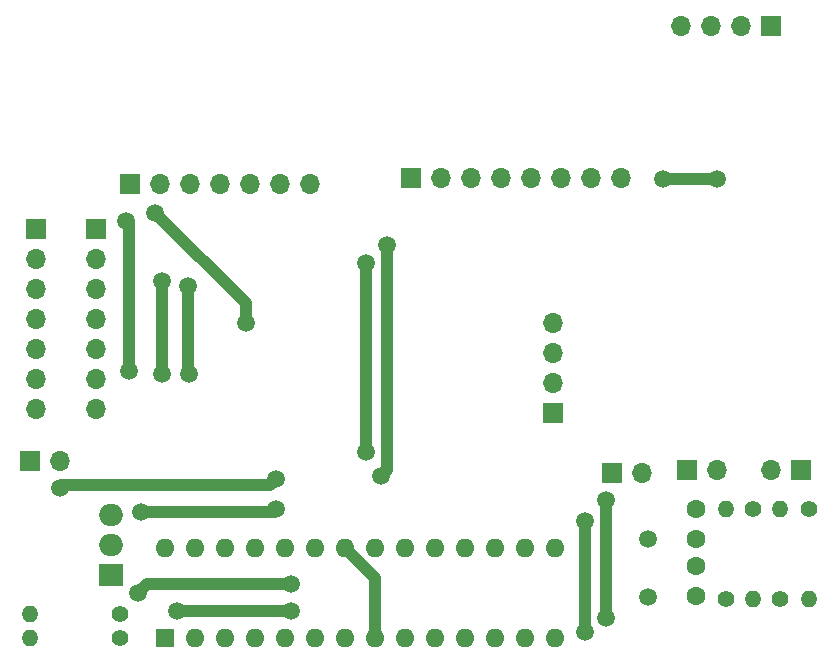
<source format=gbr>
%TF.GenerationSoftware,KiCad,Pcbnew,7.0.8*%
%TF.CreationDate,2023-10-23T02:42:37-06:00*%
%TF.ProjectId,Piso_12,5069736f-5f31-4322-9e6b-696361645f70,rev?*%
%TF.SameCoordinates,Original*%
%TF.FileFunction,Copper,L2,Bot*%
%TF.FilePolarity,Positive*%
%FSLAX46Y46*%
G04 Gerber Fmt 4.6, Leading zero omitted, Abs format (unit mm)*
G04 Created by KiCad (PCBNEW 7.0.8) date 2023-10-23 02:42:37*
%MOMM*%
%LPD*%
G01*
G04 APERTURE LIST*
%TA.AperFunction,ComponentPad*%
%ADD10R,1.700000X1.700000*%
%TD*%
%TA.AperFunction,ComponentPad*%
%ADD11O,1.700000X1.700000*%
%TD*%
%TA.AperFunction,ComponentPad*%
%ADD12C,1.400000*%
%TD*%
%TA.AperFunction,ComponentPad*%
%ADD13O,1.400000X1.400000*%
%TD*%
%TA.AperFunction,ComponentPad*%
%ADD14R,2.000000X1.905000*%
%TD*%
%TA.AperFunction,ComponentPad*%
%ADD15O,2.000000X1.905000*%
%TD*%
%TA.AperFunction,ComponentPad*%
%ADD16R,1.600000X1.600000*%
%TD*%
%TA.AperFunction,ComponentPad*%
%ADD17O,1.600000X1.600000*%
%TD*%
%TA.AperFunction,ComponentPad*%
%ADD18C,1.500000*%
%TD*%
%TA.AperFunction,ComponentPad*%
%ADD19C,1.600000*%
%TD*%
%TA.AperFunction,ViaPad*%
%ADD20C,1.500000*%
%TD*%
%TA.AperFunction,Conductor*%
%ADD21C,1.000000*%
%TD*%
G04 APERTURE END LIST*
D10*
%TO.P,J4,1,Pin_1*%
%TO.N,/SCL*%
X46816000Y-27940000D03*
D11*
%TO.P,J4,2,Pin_2*%
%TO.N,/SDA*%
X49356000Y-27940000D03*
%TD*%
D12*
%TO.P,R3,1*%
%TO.N,/SHUNT*%
X58754000Y-30988000D03*
D13*
%TO.P,R3,2*%
%TO.N,/ADC3*%
X58754000Y-38608000D03*
%TD*%
D12*
%TO.P,R4,1*%
%TO.N,/ADC3*%
X56468000Y-38608000D03*
D13*
%TO.P,R4,2*%
%TO.N,/GND*%
X56468000Y-30988000D03*
%TD*%
D14*
%TO.P,U1,1,VI*%
%TO.N,/VBAT*%
X4398000Y-36576000D03*
D15*
%TO.P,U1,2,GND*%
%TO.N,/GND*%
X4398000Y-34036000D03*
%TO.P,U1,3,VO*%
%TO.N,/VCC*%
X4398000Y-31496000D03*
%TD*%
D10*
%TO.P,J10,1,Pin_1*%
%TO.N,/VCC*%
X-1980000Y-7300000D03*
D11*
%TO.P,J10,2,Pin_2*%
%TO.N,/GND*%
X-1980000Y-9840000D03*
%TO.P,J10,3,Pin_3*%
%TO.N,/SCL*%
X-1980000Y-12380000D03*
%TO.P,J10,4,Pin_4*%
%TO.N,/SDA*%
X-1980000Y-14920000D03*
%TO.P,J10,5,Pin_5*%
%TO.N,/3Vo*%
X-1980000Y-17460000D03*
%TO.P,J10,6,Pin_6*%
%TO.N,unconnected-(J10-Pin_6-Pad6)*%
X-1980000Y-20000000D03*
%TO.P,J10,7,Pin_7*%
%TO.N,unconnected-(J10-Pin_7-Pad7)*%
X-1980000Y-22540000D03*
%TD*%
D12*
%TO.P,R6,1*%
%TO.N,/AREF*%
X5160000Y-39878000D03*
D13*
%TO.P,R6,2*%
%TO.N,/GND*%
X-2460000Y-39878000D03*
%TD*%
D12*
%TO.P,R2,1*%
%TO.N,/ADC2*%
X61040000Y-38608000D03*
D13*
%TO.P,R2,2*%
%TO.N,/GND*%
X61040000Y-30988000D03*
%TD*%
D10*
%TO.P,J1,1,Pin_1*%
%TO.N,/VCC*%
X6040000Y-3500000D03*
D11*
%TO.P,J1,2,Pin_2*%
%TO.N,/3Vo*%
X8580000Y-3500000D03*
%TO.P,J1,3,Pin_3*%
%TO.N,/GND*%
X11120000Y-3500000D03*
%TO.P,J1,4,Pin_4*%
%TO.N,/SCL*%
X13660000Y-3500000D03*
%TO.P,J1,5,Pin_5*%
%TO.N,unconnected-(J1-Pin_5-Pad5)*%
X16200000Y-3500000D03*
%TO.P,J1,6,Pin_6*%
%TO.N,/SDA*%
X18740000Y-3500000D03*
%TO.P,J1,7,Pin_7*%
%TO.N,unconnected-(J1-Pin_7-Pad7)*%
X21280000Y-3500000D03*
%TD*%
D16*
%TO.P,U4,1,~{RESET}/PC6*%
%TO.N,/VCC*%
X8970000Y-41910000D03*
D17*
%TO.P,U4,2,PD0*%
%TO.N,/RX*%
X11510000Y-41910000D03*
%TO.P,U4,3,PD1*%
%TO.N,/TX*%
X14050000Y-41910000D03*
%TO.P,U4,4,PD2*%
%TO.N,unconnected-(U4-PD2-Pad4)*%
X16590000Y-41910000D03*
%TO.P,U4,5,PD3*%
%TO.N,unconnected-(U4-PD3-Pad5)*%
X19130000Y-41910000D03*
%TO.P,U4,6,PD4*%
%TO.N,unconnected-(U4-PD4-Pad6)*%
X21670000Y-41910000D03*
%TO.P,U4,7,VCC*%
%TO.N,/VCC*%
X24210000Y-41910000D03*
%TO.P,U4,8,GND*%
%TO.N,/GND*%
X26750000Y-41910000D03*
%TO.P,U4,9,XTAL1/PB6*%
%TO.N,Net-(U4-XTAL1{slash}PB6)*%
X29290000Y-41910000D03*
%TO.P,U4,10,XTAL2/PB7*%
%TO.N,Net-(U4-XTAL2{slash}PB7)*%
X31830000Y-41910000D03*
%TO.P,U4,11,PD5*%
%TO.N,unconnected-(U4-PD5-Pad11)*%
X34370000Y-41910000D03*
%TO.P,U4,12,PD6*%
%TO.N,unconnected-(U4-PD6-Pad12)*%
X36910000Y-41910000D03*
%TO.P,U4,13,PD7*%
%TO.N,unconnected-(U4-PD7-Pad13)*%
X39450000Y-41910000D03*
%TO.P,U4,14,PB0*%
%TO.N,unconnected-(U4-PB0-Pad14)*%
X41990000Y-41910000D03*
%TO.P,U4,15,PB1*%
%TO.N,unconnected-(U4-PB1-Pad15)*%
X41990000Y-34290000D03*
%TO.P,U4,16,PB2*%
%TO.N,unconnected-(U4-PB2-Pad16)*%
X39450000Y-34290000D03*
%TO.P,U4,17,PB3*%
%TO.N,unconnected-(U4-PB3-Pad17)*%
X36910000Y-34290000D03*
%TO.P,U4,18,PB4*%
%TO.N,unconnected-(U4-PB4-Pad18)*%
X34370000Y-34290000D03*
%TO.P,U4,19,PB5*%
%TO.N,unconnected-(U4-PB5-Pad19)*%
X31830000Y-34290000D03*
%TO.P,U4,20,AVCC*%
%TO.N,unconnected-(U4-AVCC-Pad20)*%
X29290000Y-34290000D03*
%TO.P,U4,21,AREF*%
%TO.N,/AREF*%
X26750000Y-34290000D03*
%TO.P,U4,22,GND*%
%TO.N,/GND*%
X24210000Y-34290000D03*
%TO.P,U4,23,PC0*%
%TO.N,/ADC2*%
X21670000Y-34290000D03*
%TO.P,U4,24,PC1*%
%TO.N,/ADC3*%
X19130000Y-34290000D03*
%TO.P,U4,25,PC2*%
%TO.N,unconnected-(U4-PC2-Pad25)*%
X16590000Y-34290000D03*
%TO.P,U4,26,PC3*%
%TO.N,unconnected-(U4-PC3-Pad26)*%
X14050000Y-34290000D03*
%TO.P,U4,27,PC4*%
%TO.N,/SDA*%
X11510000Y-34290000D03*
%TO.P,U4,28,PC5*%
%TO.N,/SCL*%
X8970000Y-34290000D03*
%TD*%
D18*
%TO.P,Y1,1,1*%
%TO.N,Net-(U4-XTAL2{slash}PB7)*%
X49864000Y-38428000D03*
%TO.P,Y1,2,2*%
%TO.N,Net-(U4-XTAL1{slash}PB6)*%
X49864000Y-33528000D03*
%TD*%
D19*
%TO.P,C1,1*%
%TO.N,/GND*%
X53928000Y-35834000D03*
%TO.P,C1,2*%
%TO.N,Net-(U4-XTAL2{slash}PB7)*%
X53928000Y-38334000D03*
%TD*%
D10*
%TO.P,J9,1,Pin_1*%
%TO.N,/BAT*%
X62818000Y-27686000D03*
D11*
%TO.P,J9,2,Pin_2*%
%TO.N,/SHUNT*%
X60278000Y-27686000D03*
%TD*%
D12*
%TO.P,R5,1*%
%TO.N,/VCC*%
X5160000Y-41910000D03*
D13*
%TO.P,R5,2*%
%TO.N,/AREF*%
X-2460000Y-41910000D03*
%TD*%
D19*
%TO.P,C2,1*%
%TO.N,/GND*%
X53928000Y-31008000D03*
%TO.P,C2,2*%
%TO.N,Net-(U4-XTAL1{slash}PB6)*%
X53928000Y-33508000D03*
%TD*%
D10*
%TO.P,J3,1,Pin_1*%
%TO.N,/VCC*%
X53166000Y-27686000D03*
D11*
%TO.P,J3,2,Pin_2*%
%TO.N,/GND*%
X55706000Y-27686000D03*
%TD*%
D10*
%TO.P,J7,1,Pin_1*%
%TO.N,/GND*%
X41797500Y-22885000D03*
D11*
%TO.P,J7,2,Pin_2*%
%TO.N,/TX*%
X41797500Y-20345000D03*
%TO.P,J7,3,Pin_3*%
%TO.N,/RX*%
X41797500Y-17805000D03*
%TO.P,J7,4,Pin_4*%
%TO.N,/3Vo*%
X41797500Y-15265000D03*
%TD*%
D10*
%TO.P,J6,1,Pin_1*%
%TO.N,/VBAT*%
X-2460000Y-26924000D03*
D11*
%TO.P,J6,2,Pin_2*%
%TO.N,/GND*%
X80000Y-26924000D03*
%TD*%
D12*
%TO.P,R1,1*%
%TO.N,/BAT*%
X63530000Y-30988000D03*
D13*
%TO.P,R1,2*%
%TO.N,/ADC2*%
X63530000Y-38608000D03*
%TD*%
D10*
%TO.P,J8,1,Pin_1*%
%TO.N,/3Vo*%
X60278000Y9906000D03*
D11*
%TO.P,J8,2,Pin_2*%
%TO.N,/GND*%
X57738000Y9906000D03*
%TO.P,J8,3,Pin_3*%
%TO.N,/SDA*%
X55198000Y9906000D03*
%TO.P,J8,4,Pin_4*%
%TO.N,/SCL*%
X52658000Y9906000D03*
%TD*%
D10*
%TO.P,J5,1,Pin_1*%
%TO.N,/VCC*%
X3100000Y-7300000D03*
D11*
%TO.P,J5,2,Pin_2*%
%TO.N,/GND*%
X3100000Y-9840000D03*
%TO.P,J5,3,Pin_3*%
%TO.N,/SCL*%
X3100000Y-12380000D03*
%TO.P,J5,4,Pin_4*%
%TO.N,/SDA*%
X3100000Y-14920000D03*
%TO.P,J5,5,Pin_5*%
%TO.N,/3Vo*%
X3100000Y-17460000D03*
%TO.P,J5,6,Pin_6*%
%TO.N,unconnected-(J5-Pin_6-Pad6)*%
X3100000Y-20000000D03*
%TO.P,J5,7,Pin_7*%
%TO.N,unconnected-(J5-Pin_7-Pad7)*%
X3100000Y-22540000D03*
%TD*%
D10*
%TO.P,J2,1,Pin_1*%
%TO.N,/VCC*%
X29760000Y-3000000D03*
D11*
%TO.P,J2,2,Pin_2*%
%TO.N,/GND*%
X32300000Y-3000000D03*
%TO.P,J2,3,Pin_3*%
%TO.N,/SCL*%
X34840000Y-3000000D03*
%TO.P,J2,4,Pin_4*%
%TO.N,/SDA*%
X37380000Y-3000000D03*
%TO.P,J2,5,Pin_5*%
%TO.N,unconnected-(J2-Pin_5-Pad5)*%
X39920000Y-3000000D03*
%TO.P,J2,6,Pin_6*%
%TO.N,unconnected-(J2-Pin_6-Pad6)*%
X42460000Y-3000000D03*
%TO.P,J2,7,Pin_7*%
%TO.N,unconnected-(J2-Pin_7-Pad7)*%
X45000000Y-3000000D03*
%TO.P,J2,8,Pin_8*%
%TO.N,unconnected-(J2-Pin_8-Pad8)*%
X47540000Y-3000000D03*
%TD*%
D20*
%TO.N,/GND*%
X80000Y-29210000D03*
X18368000Y-28448000D03*
%TO.N,/VCC*%
X18368000Y-30988000D03*
X6938000Y-31242000D03*
X5668000Y-6604000D03*
X5922000Y-19304000D03*
X19638000Y-39624000D03*
X9986000Y-39624000D03*
%TO.N,/SCL*%
X27258000Y-28194000D03*
X8716000Y-19558000D03*
X8716000Y-11684000D03*
X27766000Y-8636000D03*
%TO.N,/SDA*%
X10941250Y-12131250D03*
X25988000Y-10160000D03*
X25988000Y-26162000D03*
X11002000Y-19558000D03*
%TO.N,/3Vo*%
X8149750Y-5916250D03*
X15828000Y-15240000D03*
X51134000Y-3048000D03*
X55706000Y-3048000D03*
%TO.N,/ADC2*%
X44530000Y-41402000D03*
X44530000Y-32004000D03*
%TO.N,/ADC3*%
X46308000Y-40206500D03*
X46308000Y-30226000D03*
%TO.N,/AREF*%
X19638000Y-37338000D03*
X6684000Y-38100000D03*
%TD*%
D21*
%TO.N,/GND*%
X17860000Y-28956000D02*
X18368000Y-28448000D01*
X334000Y-28956000D02*
X17860000Y-28956000D01*
X26750000Y-41910000D02*
X26750000Y-36830000D01*
X26750000Y-36830000D02*
X24210000Y-34290000D01*
X80000Y-29210000D02*
X334000Y-28956000D01*
%TO.N,/VCC*%
X6938000Y-31242000D02*
X18114000Y-31242000D01*
X18114000Y-31242000D02*
X18368000Y-30988000D01*
X19638000Y-39624000D02*
X9986000Y-39624000D01*
X5922000Y-6858000D02*
X5668000Y-6604000D01*
X5922000Y-19304000D02*
X5922000Y-6858000D01*
%TO.N,/SCL*%
X8716000Y-11684000D02*
X8716000Y-19558000D01*
X27766000Y-27686000D02*
X27766000Y-8636000D01*
X27258000Y-28194000D02*
X27766000Y-27686000D01*
%TO.N,/SDA*%
X10941250Y-12131250D02*
X10941250Y-19497250D01*
X25988000Y-26162000D02*
X25988000Y-10160000D01*
X10941250Y-19497250D02*
X11002000Y-19558000D01*
%TO.N,/3Vo*%
X15828000Y-13594500D02*
X15828000Y-15240000D01*
X51134000Y-3048000D02*
X55706000Y-3048000D01*
X8149750Y-5916250D02*
X15828000Y-13594500D01*
%TO.N,/ADC2*%
X44530000Y-41402000D02*
X44530000Y-32004000D01*
%TO.N,/ADC3*%
X46308000Y-40206500D02*
X46308000Y-30226000D01*
%TO.N,/AREF*%
X6684000Y-38100000D02*
X7446000Y-37338000D01*
X7446000Y-37338000D02*
X19638000Y-37338000D01*
%TD*%
M02*

</source>
